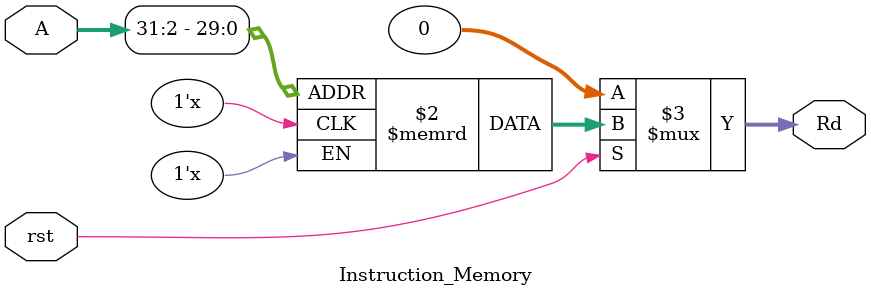
<source format=v>
module Instruction_Memory(A, rst, Rd);
  input [31:0] A;
  input rst;
  output [31:0] Rd;

  reg [31:0] Memory [1023:0];

  assign Rd = (rst == 1'b0) ? 32'h00000000 : Memory[A[31:2]];
endmodule

</source>
